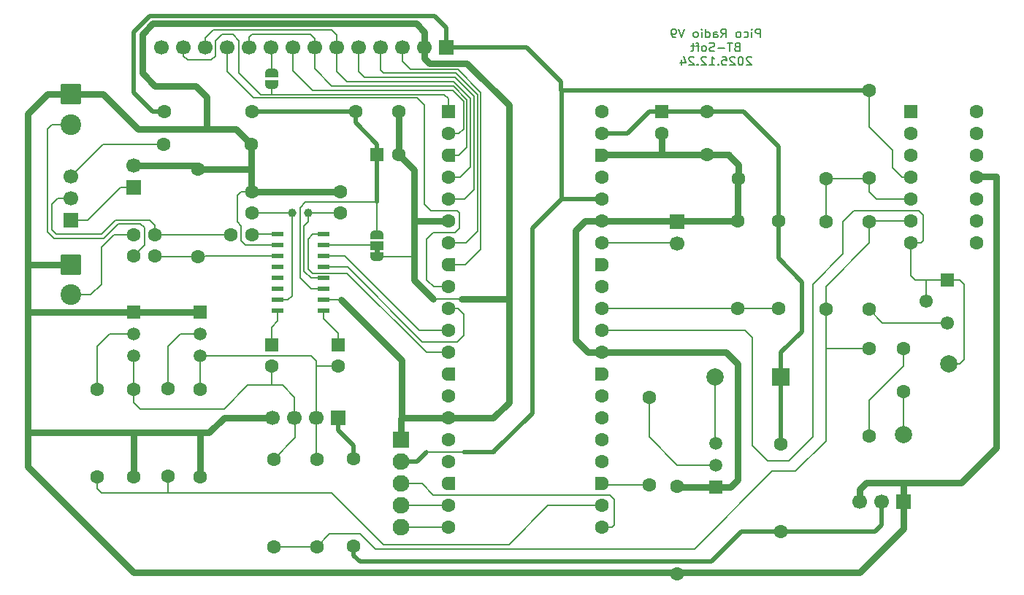
<source format=gbr>
%TF.GenerationSoftware,KiCad,Pcbnew,9.0.6*%
%TF.CreationDate,2026-01-05T16:45:39+01:00*%
%TF.ProjectId,pico-radio-9,7069636f-2d72-4616-9469-6f2d392e6b69,rev?*%
%TF.SameCoordinates,Original*%
%TF.FileFunction,Copper,L2,Bot*%
%TF.FilePolarity,Positive*%
%FSLAX46Y46*%
G04 Gerber Fmt 4.6, Leading zero omitted, Abs format (unit mm)*
G04 Created by KiCad (PCBNEW 9.0.6) date 2026-01-05 16:45:39*
%MOMM*%
%LPD*%
G01*
G04 APERTURE LIST*
G04 Aperture macros list*
%AMRoundRect*
0 Rectangle with rounded corners*
0 $1 Rounding radius*
0 $2 $3 $4 $5 $6 $7 $8 $9 X,Y pos of 4 corners*
0 Add a 4 corners polygon primitive as box body*
4,1,4,$2,$3,$4,$5,$6,$7,$8,$9,$2,$3,0*
0 Add four circle primitives for the rounded corners*
1,1,$1+$1,$2,$3*
1,1,$1+$1,$4,$5*
1,1,$1+$1,$6,$7*
1,1,$1+$1,$8,$9*
0 Add four rect primitives between the rounded corners*
20,1,$1+$1,$2,$3,$4,$5,0*
20,1,$1+$1,$4,$5,$6,$7,0*
20,1,$1+$1,$6,$7,$8,$9,0*
20,1,$1+$1,$8,$9,$2,$3,0*%
%AMFreePoly0*
4,1,37,0.603843,0.796157,0.639018,0.796157,0.711114,0.766294,0.766294,0.711114,0.796157,0.639018,0.796157,0.603843,0.800000,0.600000,0.800000,-0.600000,0.796157,-0.603843,0.796157,-0.639018,0.766294,-0.711114,0.711114,-0.766294,0.639018,-0.796157,0.603843,-0.796157,0.600000,-0.800000,0.000000,-0.800000,0.000000,-0.796148,-0.078414,-0.796148,-0.232228,-0.765552,-0.377117,-0.705537,
-0.507515,-0.618408,-0.618408,-0.507515,-0.705537,-0.377117,-0.765552,-0.232228,-0.796148,-0.078414,-0.796148,0.078414,-0.765552,0.232228,-0.705537,0.377117,-0.618408,0.507515,-0.507515,0.618408,-0.377117,0.705537,-0.232228,0.765552,-0.078414,0.796148,0.000000,0.796148,0.000000,0.800000,0.600000,0.800000,0.603843,0.796157,0.603843,0.796157,$1*%
%AMFreePoly1*
4,1,37,0.000000,0.796148,0.078414,0.796148,0.232228,0.765552,0.377117,0.705537,0.507515,0.618408,0.618408,0.507515,0.705537,0.377117,0.765552,0.232228,0.796148,0.078414,0.796148,-0.078414,0.765552,-0.232228,0.705537,-0.377117,0.618408,-0.507515,0.507515,-0.618408,0.377117,-0.705537,0.232228,-0.765552,0.078414,-0.796148,0.000000,-0.796148,0.000000,-0.800000,-0.600000,-0.800000,
-0.603843,-0.796157,-0.639018,-0.796157,-0.711114,-0.766294,-0.766294,-0.711114,-0.796157,-0.639018,-0.796157,-0.603843,-0.800000,-0.600000,-0.800000,0.600000,-0.796157,0.603843,-0.796157,0.639018,-0.766294,0.711114,-0.711114,0.766294,-0.639018,0.796157,-0.603843,0.796157,-0.600000,0.800000,0.000000,0.800000,0.000000,0.796148,0.000000,0.796148,$1*%
%AMFreePoly2*
4,1,23,0.550000,-0.750000,0.000000,-0.750000,0.000000,-0.745722,-0.065263,-0.745722,-0.191342,-0.711940,-0.304381,-0.646677,-0.396677,-0.554381,-0.461940,-0.441342,-0.495722,-0.315263,-0.495722,-0.250000,-0.500000,-0.250000,-0.500000,0.250000,-0.495722,0.250000,-0.495722,0.315263,-0.461940,0.441342,-0.396677,0.554381,-0.304381,0.646677,-0.191342,0.711940,-0.065263,0.745722,0.000000,0.745722,
0.000000,0.750000,0.550000,0.750000,0.550000,-0.750000,0.550000,-0.750000,$1*%
%AMFreePoly3*
4,1,23,0.000000,0.745722,0.065263,0.745722,0.191342,0.711940,0.304381,0.646677,0.396677,0.554381,0.461940,0.441342,0.495722,0.315263,0.495722,0.250000,0.500000,0.250000,0.500000,-0.250000,0.495722,-0.250000,0.495722,-0.315263,0.461940,-0.441342,0.396677,-0.554381,0.304381,-0.646677,0.191342,-0.711940,0.065263,-0.745722,0.000000,-0.745722,0.000000,-0.750000,-0.550000,-0.750000,
-0.550000,0.750000,0.000000,0.750000,0.000000,0.745722,0.000000,0.745722,$1*%
%AMFreePoly4*
4,1,23,0.500000,-0.750000,0.000000,-0.750000,0.000000,-0.745722,-0.065263,-0.745722,-0.191342,-0.711940,-0.304381,-0.646677,-0.396677,-0.554381,-0.461940,-0.441342,-0.495722,-0.315263,-0.495722,-0.250000,-0.500000,-0.250000,-0.500000,0.250000,-0.495722,0.250000,-0.495722,0.315263,-0.461940,0.441342,-0.396677,0.554381,-0.304381,0.646677,-0.191342,0.711940,-0.065263,0.745722,0.000000,0.745722,
0.000000,0.750000,0.500000,0.750000,0.500000,-0.750000,0.500000,-0.750000,$1*%
%AMFreePoly5*
4,1,23,0.000000,0.745722,0.065263,0.745722,0.191342,0.711940,0.304381,0.646677,0.396677,0.554381,0.461940,0.441342,0.495722,0.315263,0.495722,0.250000,0.500000,0.250000,0.500000,-0.250000,0.495722,-0.250000,0.495722,-0.315263,0.461940,-0.441342,0.396677,-0.554381,0.304381,-0.646677,0.191342,-0.711940,0.065263,-0.745722,0.000000,-0.745722,0.000000,-0.750000,-0.500000,-0.750000,
-0.500000,0.750000,0.000000,0.750000,0.000000,0.745722,0.000000,0.745722,$1*%
G04 Aperture macros list end*
%ADD10C,0.200000*%
%TA.AperFunction,NonConductor*%
%ADD11C,0.200000*%
%TD*%
%TA.AperFunction,EtchedComponent*%
%ADD12C,0.000000*%
%TD*%
%TA.AperFunction,ComponentPad*%
%ADD13C,1.600000*%
%TD*%
%TA.AperFunction,ComponentPad*%
%ADD14R,1.700000X1.700000*%
%TD*%
%TA.AperFunction,ComponentPad*%
%ADD15C,1.700000*%
%TD*%
%TA.AperFunction,ComponentPad*%
%ADD16R,2.000000X2.000000*%
%TD*%
%TA.AperFunction,ComponentPad*%
%ADD17C,2.000000*%
%TD*%
%TA.AperFunction,ComponentPad*%
%ADD18R,1.500000X1.500000*%
%TD*%
%TA.AperFunction,ComponentPad*%
%ADD19C,1.500000*%
%TD*%
%TA.AperFunction,ComponentPad*%
%ADD20C,1.930400*%
%TD*%
%TA.AperFunction,ComponentPad*%
%ADD21R,1.930400X1.930400*%
%TD*%
%TA.AperFunction,ComponentPad*%
%ADD22RoundRect,0.250000X-0.550000X-0.550000X0.550000X-0.550000X0.550000X0.550000X-0.550000X0.550000X0*%
%TD*%
%TA.AperFunction,ComponentPad*%
%ADD23RoundRect,0.250000X-0.550000X0.550000X-0.550000X-0.550000X0.550000X-0.550000X0.550000X0.550000X0*%
%TD*%
%TA.AperFunction,ComponentPad*%
%ADD24RoundRect,0.250001X-0.949999X0.949999X-0.949999X-0.949999X0.949999X-0.949999X0.949999X0.949999X0*%
%TD*%
%TA.AperFunction,ComponentPad*%
%ADD25C,2.400000*%
%TD*%
%TA.AperFunction,ComponentPad*%
%ADD26RoundRect,0.200000X-0.600000X-0.600000X0.600000X-0.600000X0.600000X0.600000X-0.600000X0.600000X0*%
%TD*%
%TA.AperFunction,ComponentPad*%
%ADD27FreePoly0,0.000000*%
%TD*%
%TA.AperFunction,ComponentPad*%
%ADD28FreePoly1,0.000000*%
%TD*%
%TA.AperFunction,ComponentPad*%
%ADD29R,1.550000X1.550000*%
%TD*%
%TA.AperFunction,ComponentPad*%
%ADD30C,1.550000*%
%TD*%
%TA.AperFunction,ComponentPad*%
%ADD31C,1.000000*%
%TD*%
%TA.AperFunction,SMDPad,CuDef*%
%ADD32FreePoly2,90.000000*%
%TD*%
%TA.AperFunction,SMDPad,CuDef*%
%ADD33R,1.500000X1.000000*%
%TD*%
%TA.AperFunction,SMDPad,CuDef*%
%ADD34FreePoly3,90.000000*%
%TD*%
%TA.AperFunction,SMDPad,CuDef*%
%ADD35FreePoly4,270.000000*%
%TD*%
%TA.AperFunction,SMDPad,CuDef*%
%ADD36FreePoly5,270.000000*%
%TD*%
%TA.AperFunction,SMDPad,CuDef*%
%ADD37R,1.397000X0.558800*%
%TD*%
%TA.AperFunction,Conductor*%
%ADD38C,0.500000*%
%TD*%
%TA.AperFunction,Conductor*%
%ADD39C,0.200000*%
%TD*%
%TA.AperFunction,Conductor*%
%ADD40C,0.800000*%
%TD*%
G04 APERTURE END LIST*
D10*
D11*
X129642856Y-29897331D02*
X129642856Y-28897331D01*
X129642856Y-28897331D02*
X129261904Y-28897331D01*
X129261904Y-28897331D02*
X129166666Y-28944950D01*
X129166666Y-28944950D02*
X129119047Y-28992569D01*
X129119047Y-28992569D02*
X129071428Y-29087807D01*
X129071428Y-29087807D02*
X129071428Y-29230664D01*
X129071428Y-29230664D02*
X129119047Y-29325902D01*
X129119047Y-29325902D02*
X129166666Y-29373521D01*
X129166666Y-29373521D02*
X129261904Y-29421140D01*
X129261904Y-29421140D02*
X129642856Y-29421140D01*
X128642856Y-29897331D02*
X128642856Y-29230664D01*
X128642856Y-28897331D02*
X128690475Y-28944950D01*
X128690475Y-28944950D02*
X128642856Y-28992569D01*
X128642856Y-28992569D02*
X128595237Y-28944950D01*
X128595237Y-28944950D02*
X128642856Y-28897331D01*
X128642856Y-28897331D02*
X128642856Y-28992569D01*
X127738095Y-29849712D02*
X127833333Y-29897331D01*
X127833333Y-29897331D02*
X128023809Y-29897331D01*
X128023809Y-29897331D02*
X128119047Y-29849712D01*
X128119047Y-29849712D02*
X128166666Y-29802092D01*
X128166666Y-29802092D02*
X128214285Y-29706854D01*
X128214285Y-29706854D02*
X128214285Y-29421140D01*
X128214285Y-29421140D02*
X128166666Y-29325902D01*
X128166666Y-29325902D02*
X128119047Y-29278283D01*
X128119047Y-29278283D02*
X128023809Y-29230664D01*
X128023809Y-29230664D02*
X127833333Y-29230664D01*
X127833333Y-29230664D02*
X127738095Y-29278283D01*
X127166666Y-29897331D02*
X127261904Y-29849712D01*
X127261904Y-29849712D02*
X127309523Y-29802092D01*
X127309523Y-29802092D02*
X127357142Y-29706854D01*
X127357142Y-29706854D02*
X127357142Y-29421140D01*
X127357142Y-29421140D02*
X127309523Y-29325902D01*
X127309523Y-29325902D02*
X127261904Y-29278283D01*
X127261904Y-29278283D02*
X127166666Y-29230664D01*
X127166666Y-29230664D02*
X127023809Y-29230664D01*
X127023809Y-29230664D02*
X126928571Y-29278283D01*
X126928571Y-29278283D02*
X126880952Y-29325902D01*
X126880952Y-29325902D02*
X126833333Y-29421140D01*
X126833333Y-29421140D02*
X126833333Y-29706854D01*
X126833333Y-29706854D02*
X126880952Y-29802092D01*
X126880952Y-29802092D02*
X126928571Y-29849712D01*
X126928571Y-29849712D02*
X127023809Y-29897331D01*
X127023809Y-29897331D02*
X127166666Y-29897331D01*
X125071428Y-29897331D02*
X125404761Y-29421140D01*
X125642856Y-29897331D02*
X125642856Y-28897331D01*
X125642856Y-28897331D02*
X125261904Y-28897331D01*
X125261904Y-28897331D02*
X125166666Y-28944950D01*
X125166666Y-28944950D02*
X125119047Y-28992569D01*
X125119047Y-28992569D02*
X125071428Y-29087807D01*
X125071428Y-29087807D02*
X125071428Y-29230664D01*
X125071428Y-29230664D02*
X125119047Y-29325902D01*
X125119047Y-29325902D02*
X125166666Y-29373521D01*
X125166666Y-29373521D02*
X125261904Y-29421140D01*
X125261904Y-29421140D02*
X125642856Y-29421140D01*
X124214285Y-29897331D02*
X124214285Y-29373521D01*
X124214285Y-29373521D02*
X124261904Y-29278283D01*
X124261904Y-29278283D02*
X124357142Y-29230664D01*
X124357142Y-29230664D02*
X124547618Y-29230664D01*
X124547618Y-29230664D02*
X124642856Y-29278283D01*
X124214285Y-29849712D02*
X124309523Y-29897331D01*
X124309523Y-29897331D02*
X124547618Y-29897331D01*
X124547618Y-29897331D02*
X124642856Y-29849712D01*
X124642856Y-29849712D02*
X124690475Y-29754473D01*
X124690475Y-29754473D02*
X124690475Y-29659235D01*
X124690475Y-29659235D02*
X124642856Y-29563997D01*
X124642856Y-29563997D02*
X124547618Y-29516378D01*
X124547618Y-29516378D02*
X124309523Y-29516378D01*
X124309523Y-29516378D02*
X124214285Y-29468759D01*
X123309523Y-29897331D02*
X123309523Y-28897331D01*
X123309523Y-29849712D02*
X123404761Y-29897331D01*
X123404761Y-29897331D02*
X123595237Y-29897331D01*
X123595237Y-29897331D02*
X123690475Y-29849712D01*
X123690475Y-29849712D02*
X123738094Y-29802092D01*
X123738094Y-29802092D02*
X123785713Y-29706854D01*
X123785713Y-29706854D02*
X123785713Y-29421140D01*
X123785713Y-29421140D02*
X123738094Y-29325902D01*
X123738094Y-29325902D02*
X123690475Y-29278283D01*
X123690475Y-29278283D02*
X123595237Y-29230664D01*
X123595237Y-29230664D02*
X123404761Y-29230664D01*
X123404761Y-29230664D02*
X123309523Y-29278283D01*
X122833332Y-29897331D02*
X122833332Y-29230664D01*
X122833332Y-28897331D02*
X122880951Y-28944950D01*
X122880951Y-28944950D02*
X122833332Y-28992569D01*
X122833332Y-28992569D02*
X122785713Y-28944950D01*
X122785713Y-28944950D02*
X122833332Y-28897331D01*
X122833332Y-28897331D02*
X122833332Y-28992569D01*
X122214285Y-29897331D02*
X122309523Y-29849712D01*
X122309523Y-29849712D02*
X122357142Y-29802092D01*
X122357142Y-29802092D02*
X122404761Y-29706854D01*
X122404761Y-29706854D02*
X122404761Y-29421140D01*
X122404761Y-29421140D02*
X122357142Y-29325902D01*
X122357142Y-29325902D02*
X122309523Y-29278283D01*
X122309523Y-29278283D02*
X122214285Y-29230664D01*
X122214285Y-29230664D02*
X122071428Y-29230664D01*
X122071428Y-29230664D02*
X121976190Y-29278283D01*
X121976190Y-29278283D02*
X121928571Y-29325902D01*
X121928571Y-29325902D02*
X121880952Y-29421140D01*
X121880952Y-29421140D02*
X121880952Y-29706854D01*
X121880952Y-29706854D02*
X121928571Y-29802092D01*
X121928571Y-29802092D02*
X121976190Y-29849712D01*
X121976190Y-29849712D02*
X122071428Y-29897331D01*
X122071428Y-29897331D02*
X122214285Y-29897331D01*
X120833332Y-28897331D02*
X120499999Y-29897331D01*
X120499999Y-29897331D02*
X120166666Y-28897331D01*
X119785713Y-29897331D02*
X119595237Y-29897331D01*
X119595237Y-29897331D02*
X119499999Y-29849712D01*
X119499999Y-29849712D02*
X119452380Y-29802092D01*
X119452380Y-29802092D02*
X119357142Y-29659235D01*
X119357142Y-29659235D02*
X119309523Y-29468759D01*
X119309523Y-29468759D02*
X119309523Y-29087807D01*
X119309523Y-29087807D02*
X119357142Y-28992569D01*
X119357142Y-28992569D02*
X119404761Y-28944950D01*
X119404761Y-28944950D02*
X119499999Y-28897331D01*
X119499999Y-28897331D02*
X119690475Y-28897331D01*
X119690475Y-28897331D02*
X119785713Y-28944950D01*
X119785713Y-28944950D02*
X119833332Y-28992569D01*
X119833332Y-28992569D02*
X119880951Y-29087807D01*
X119880951Y-29087807D02*
X119880951Y-29325902D01*
X119880951Y-29325902D02*
X119833332Y-29421140D01*
X119833332Y-29421140D02*
X119785713Y-29468759D01*
X119785713Y-29468759D02*
X119690475Y-29516378D01*
X119690475Y-29516378D02*
X119499999Y-29516378D01*
X119499999Y-29516378D02*
X119404761Y-29468759D01*
X119404761Y-29468759D02*
X119357142Y-29421140D01*
X119357142Y-29421140D02*
X119309523Y-29325902D01*
X126928571Y-30983465D02*
X126785714Y-31031084D01*
X126785714Y-31031084D02*
X126738095Y-31078703D01*
X126738095Y-31078703D02*
X126690476Y-31173941D01*
X126690476Y-31173941D02*
X126690476Y-31316798D01*
X126690476Y-31316798D02*
X126738095Y-31412036D01*
X126738095Y-31412036D02*
X126785714Y-31459656D01*
X126785714Y-31459656D02*
X126880952Y-31507275D01*
X126880952Y-31507275D02*
X127261904Y-31507275D01*
X127261904Y-31507275D02*
X127261904Y-30507275D01*
X127261904Y-30507275D02*
X126928571Y-30507275D01*
X126928571Y-30507275D02*
X126833333Y-30554894D01*
X126833333Y-30554894D02*
X126785714Y-30602513D01*
X126785714Y-30602513D02*
X126738095Y-30697751D01*
X126738095Y-30697751D02*
X126738095Y-30792989D01*
X126738095Y-30792989D02*
X126785714Y-30888227D01*
X126785714Y-30888227D02*
X126833333Y-30935846D01*
X126833333Y-30935846D02*
X126928571Y-30983465D01*
X126928571Y-30983465D02*
X127261904Y-30983465D01*
X126404761Y-30507275D02*
X125833333Y-30507275D01*
X126119047Y-31507275D02*
X126119047Y-30507275D01*
X125499999Y-31126322D02*
X124738095Y-31126322D01*
X124309523Y-31459656D02*
X124166666Y-31507275D01*
X124166666Y-31507275D02*
X123928571Y-31507275D01*
X123928571Y-31507275D02*
X123833333Y-31459656D01*
X123833333Y-31459656D02*
X123785714Y-31412036D01*
X123785714Y-31412036D02*
X123738095Y-31316798D01*
X123738095Y-31316798D02*
X123738095Y-31221560D01*
X123738095Y-31221560D02*
X123785714Y-31126322D01*
X123785714Y-31126322D02*
X123833333Y-31078703D01*
X123833333Y-31078703D02*
X123928571Y-31031084D01*
X123928571Y-31031084D02*
X124119047Y-30983465D01*
X124119047Y-30983465D02*
X124214285Y-30935846D01*
X124214285Y-30935846D02*
X124261904Y-30888227D01*
X124261904Y-30888227D02*
X124309523Y-30792989D01*
X124309523Y-30792989D02*
X124309523Y-30697751D01*
X124309523Y-30697751D02*
X124261904Y-30602513D01*
X124261904Y-30602513D02*
X124214285Y-30554894D01*
X124214285Y-30554894D02*
X124119047Y-30507275D01*
X124119047Y-30507275D02*
X123880952Y-30507275D01*
X123880952Y-30507275D02*
X123738095Y-30554894D01*
X123166666Y-31507275D02*
X123261904Y-31459656D01*
X123261904Y-31459656D02*
X123309523Y-31412036D01*
X123309523Y-31412036D02*
X123357142Y-31316798D01*
X123357142Y-31316798D02*
X123357142Y-31031084D01*
X123357142Y-31031084D02*
X123309523Y-30935846D01*
X123309523Y-30935846D02*
X123261904Y-30888227D01*
X123261904Y-30888227D02*
X123166666Y-30840608D01*
X123166666Y-30840608D02*
X123023809Y-30840608D01*
X123023809Y-30840608D02*
X122928571Y-30888227D01*
X122928571Y-30888227D02*
X122880952Y-30935846D01*
X122880952Y-30935846D02*
X122833333Y-31031084D01*
X122833333Y-31031084D02*
X122833333Y-31316798D01*
X122833333Y-31316798D02*
X122880952Y-31412036D01*
X122880952Y-31412036D02*
X122928571Y-31459656D01*
X122928571Y-31459656D02*
X123023809Y-31507275D01*
X123023809Y-31507275D02*
X123166666Y-31507275D01*
X122547618Y-30840608D02*
X122166666Y-30840608D01*
X122404761Y-31507275D02*
X122404761Y-30650132D01*
X122404761Y-30650132D02*
X122357142Y-30554894D01*
X122357142Y-30554894D02*
X122261904Y-30507275D01*
X122261904Y-30507275D02*
X122166666Y-30507275D01*
X121976189Y-30840608D02*
X121595237Y-30840608D01*
X121833332Y-30507275D02*
X121833332Y-31364417D01*
X121833332Y-31364417D02*
X121785713Y-31459656D01*
X121785713Y-31459656D02*
X121690475Y-31507275D01*
X121690475Y-31507275D02*
X121595237Y-31507275D01*
X128595237Y-32212457D02*
X128547618Y-32164838D01*
X128547618Y-32164838D02*
X128452380Y-32117219D01*
X128452380Y-32117219D02*
X128214285Y-32117219D01*
X128214285Y-32117219D02*
X128119047Y-32164838D01*
X128119047Y-32164838D02*
X128071428Y-32212457D01*
X128071428Y-32212457D02*
X128023809Y-32307695D01*
X128023809Y-32307695D02*
X128023809Y-32402933D01*
X128023809Y-32402933D02*
X128071428Y-32545790D01*
X128071428Y-32545790D02*
X128642856Y-33117219D01*
X128642856Y-33117219D02*
X128023809Y-33117219D01*
X127404761Y-32117219D02*
X127309523Y-32117219D01*
X127309523Y-32117219D02*
X127214285Y-32164838D01*
X127214285Y-32164838D02*
X127166666Y-32212457D01*
X127166666Y-32212457D02*
X127119047Y-32307695D01*
X127119047Y-32307695D02*
X127071428Y-32498171D01*
X127071428Y-32498171D02*
X127071428Y-32736266D01*
X127071428Y-32736266D02*
X127119047Y-32926742D01*
X127119047Y-32926742D02*
X127166666Y-33021980D01*
X127166666Y-33021980D02*
X127214285Y-33069600D01*
X127214285Y-33069600D02*
X127309523Y-33117219D01*
X127309523Y-33117219D02*
X127404761Y-33117219D01*
X127404761Y-33117219D02*
X127499999Y-33069600D01*
X127499999Y-33069600D02*
X127547618Y-33021980D01*
X127547618Y-33021980D02*
X127595237Y-32926742D01*
X127595237Y-32926742D02*
X127642856Y-32736266D01*
X127642856Y-32736266D02*
X127642856Y-32498171D01*
X127642856Y-32498171D02*
X127595237Y-32307695D01*
X127595237Y-32307695D02*
X127547618Y-32212457D01*
X127547618Y-32212457D02*
X127499999Y-32164838D01*
X127499999Y-32164838D02*
X127404761Y-32117219D01*
X126690475Y-32212457D02*
X126642856Y-32164838D01*
X126642856Y-32164838D02*
X126547618Y-32117219D01*
X126547618Y-32117219D02*
X126309523Y-32117219D01*
X126309523Y-32117219D02*
X126214285Y-32164838D01*
X126214285Y-32164838D02*
X126166666Y-32212457D01*
X126166666Y-32212457D02*
X126119047Y-32307695D01*
X126119047Y-32307695D02*
X126119047Y-32402933D01*
X126119047Y-32402933D02*
X126166666Y-32545790D01*
X126166666Y-32545790D02*
X126738094Y-33117219D01*
X126738094Y-33117219D02*
X126119047Y-33117219D01*
X125214285Y-32117219D02*
X125690475Y-32117219D01*
X125690475Y-32117219D02*
X125738094Y-32593409D01*
X125738094Y-32593409D02*
X125690475Y-32545790D01*
X125690475Y-32545790D02*
X125595237Y-32498171D01*
X125595237Y-32498171D02*
X125357142Y-32498171D01*
X125357142Y-32498171D02*
X125261904Y-32545790D01*
X125261904Y-32545790D02*
X125214285Y-32593409D01*
X125214285Y-32593409D02*
X125166666Y-32688647D01*
X125166666Y-32688647D02*
X125166666Y-32926742D01*
X125166666Y-32926742D02*
X125214285Y-33021980D01*
X125214285Y-33021980D02*
X125261904Y-33069600D01*
X125261904Y-33069600D02*
X125357142Y-33117219D01*
X125357142Y-33117219D02*
X125595237Y-33117219D01*
X125595237Y-33117219D02*
X125690475Y-33069600D01*
X125690475Y-33069600D02*
X125738094Y-33021980D01*
X124738094Y-33021980D02*
X124690475Y-33069600D01*
X124690475Y-33069600D02*
X124738094Y-33117219D01*
X124738094Y-33117219D02*
X124785713Y-33069600D01*
X124785713Y-33069600D02*
X124738094Y-33021980D01*
X124738094Y-33021980D02*
X124738094Y-33117219D01*
X123738095Y-33117219D02*
X124309523Y-33117219D01*
X124023809Y-33117219D02*
X124023809Y-32117219D01*
X124023809Y-32117219D02*
X124119047Y-32260076D01*
X124119047Y-32260076D02*
X124214285Y-32355314D01*
X124214285Y-32355314D02*
X124309523Y-32402933D01*
X123357142Y-32212457D02*
X123309523Y-32164838D01*
X123309523Y-32164838D02*
X123214285Y-32117219D01*
X123214285Y-32117219D02*
X122976190Y-32117219D01*
X122976190Y-32117219D02*
X122880952Y-32164838D01*
X122880952Y-32164838D02*
X122833333Y-32212457D01*
X122833333Y-32212457D02*
X122785714Y-32307695D01*
X122785714Y-32307695D02*
X122785714Y-32402933D01*
X122785714Y-32402933D02*
X122833333Y-32545790D01*
X122833333Y-32545790D02*
X123404761Y-33117219D01*
X123404761Y-33117219D02*
X122785714Y-33117219D01*
X122357142Y-33021980D02*
X122309523Y-33069600D01*
X122309523Y-33069600D02*
X122357142Y-33117219D01*
X122357142Y-33117219D02*
X122404761Y-33069600D01*
X122404761Y-33069600D02*
X122357142Y-33021980D01*
X122357142Y-33021980D02*
X122357142Y-33117219D01*
X121928571Y-32212457D02*
X121880952Y-32164838D01*
X121880952Y-32164838D02*
X121785714Y-32117219D01*
X121785714Y-32117219D02*
X121547619Y-32117219D01*
X121547619Y-32117219D02*
X121452381Y-32164838D01*
X121452381Y-32164838D02*
X121404762Y-32212457D01*
X121404762Y-32212457D02*
X121357143Y-32307695D01*
X121357143Y-32307695D02*
X121357143Y-32402933D01*
X121357143Y-32402933D02*
X121404762Y-32545790D01*
X121404762Y-32545790D02*
X121976190Y-33117219D01*
X121976190Y-33117219D02*
X121357143Y-33117219D01*
X120500000Y-32450552D02*
X120500000Y-33117219D01*
X120738095Y-32069600D02*
X120976190Y-32783885D01*
X120976190Y-32783885D02*
X120357143Y-32783885D01*
D12*
%TA.AperFunction,EtchedComponent*%
%TO.C,JP2*%
G36*
X85525000Y-54975000D02*
G01*
X84925000Y-54975000D01*
X84925000Y-54475000D01*
X85525000Y-54475000D01*
X85525000Y-54975000D01*
G37*
%TD.AperFunction*%
%TD*%
D13*
%TO.P,R4,1*%
%TO.N,GND*%
X56975000Y-80935000D03*
%TO.P,R4,2*%
%TO.N,AUDIO_L*%
X56975000Y-70775000D03*
%TD*%
%TO.P,C7,1*%
%TO.N,Net-(C7-Pad1)*%
X146225000Y-66025000D03*
%TO.P,C7,2*%
%TO.N,Net-(C7-Pad2)*%
X146225000Y-71025000D03*
%TD*%
D14*
%TO.P,J5,1,Pin_1*%
%TO.N,GND*%
X146265000Y-83775000D03*
D15*
%TO.P,J5,2,Pin_2*%
%TO.N,Net-(J5-Pin_2)*%
X143725000Y-83775000D03*
%TO.P,J5,3,Pin_3*%
%TO.N,GND*%
X141185000Y-83775000D03*
%TD*%
D16*
%TO.P,BZ1,1,+*%
%TO.N,+Vsys*%
X132025000Y-69275000D03*
D17*
%TO.P,BZ1,2,-*%
%TO.N,Net-(BZ1--)*%
X124425000Y-69275000D03*
%TD*%
D13*
%TO.P,R10,1*%
%TO.N,GND*%
X127065000Y-46275000D03*
%TO.P,R10,2*%
%TO.N,Net-(U3B-+)*%
X137225000Y-46275000D03*
%TD*%
%TO.P,JP5,1,A*%
%TO.N,GND*%
X119975000Y-92185000D03*
%TO.P,JP5,2,B*%
X119975000Y-82025000D03*
%TD*%
D18*
%TO.P,Q2,1,E*%
%TO.N,GND*%
X56975000Y-61775000D03*
D19*
%TO.P,Q2,2,B*%
%TO.N,Net-(Q2-B)*%
X56975000Y-64315000D03*
%TO.P,Q2,3,C*%
%TO.N,AUDIO_L*%
X56975000Y-66855000D03*
%TD*%
D13*
%TO.P,R11,1*%
%TO.N,Net-(R11-Pad1)*%
X142225000Y-61435000D03*
%TO.P,R11,2*%
%TO.N,Net-(U3B--)*%
X142225000Y-51275000D03*
%TD*%
%TO.P,JP3,1,A*%
%TO.N,Net-(J4-Pin_1)*%
X82475000Y-78775000D03*
%TO.P,JP3,2,B*%
%TO.N,Net-(J5-Pin_2)*%
X82475000Y-88935000D03*
%TD*%
D20*
%TO.P,U4,CLK,CLK*%
%TO.N,ROT_CLK*%
X87975000Y-86775000D03*
%TO.P,U4,DT,DT*%
%TO.N,ROT_DT*%
X87975000Y-84235000D03*
D21*
%TO.P,U4,GND,GND*%
%TO.N,GND*%
X87975000Y-76615000D03*
D20*
%TO.P,U4,SW,SW*%
%TO.N,ROT_SW*%
X87975000Y-81695000D03*
%TO.P,U4,VCC,VCC*%
%TO.N,+3.3V*%
X87975000Y-79155000D03*
%TD*%
D13*
%TO.P,R3,1*%
%TO.N,GND*%
X64725000Y-80935000D03*
%TO.P,R3,2*%
%TO.N,AUDIO_R*%
X64725000Y-70775000D03*
%TD*%
D14*
%TO.P,J3,1,Pin_1*%
%TO.N,Net-(J3-Pin_1)*%
X49750000Y-51080000D03*
D15*
%TO.P,J3,2,Pin_2*%
%TO.N,Net-(J3-Pin_2)*%
X49750000Y-48540000D03*
%TO.P,J3,3,Pin_3*%
%TO.N,Net-(J3-Pin_3)*%
X49750000Y-46000000D03*
%TD*%
D17*
%TO.P,TP1,1,1*%
%TO.N,Net-(C7-Pad2)*%
X146225000Y-76025000D03*
%TD*%
D13*
%TO.P,R14,1*%
%TO.N,BUZZER*%
X116725000Y-81855000D03*
%TO.P,R14,2*%
%TO.N,Net-(Q3-B)*%
X116725000Y-71695000D03*
%TD*%
D22*
%TO.P,C10,1*%
%TO.N,Net-(JP2-B)*%
X85225000Y-43525000D03*
D13*
%TO.P,C10,2*%
%TO.N,GND*%
X87725000Y-43525000D03*
%TD*%
D14*
%TO.P,J4,1,Pin_1*%
%TO.N,Net-(J4-Pin_1)*%
X80725000Y-74025000D03*
D15*
%TO.P,J4,2,Pin_2*%
%TO.N,AUDIO_R*%
X78185000Y-74025000D03*
%TO.P,J4,3,Pin_3*%
%TO.N,AUDIO_L*%
X75645000Y-74025000D03*
%TO.P,J4,4,Pin_4*%
%TO.N,GND*%
X73105000Y-74025000D03*
%TD*%
D13*
%TO.P,C1,1*%
%TO.N,Net-(U1-FMI)*%
X59475000Y-55275000D03*
%TO.P,C1,2*%
%TO.N,Net-(J1-Pin_2)*%
X56975000Y-55275000D03*
%TD*%
D23*
%TO.P,C5,1*%
%TO.N,Net-(U1-LOUT{slash}DFS)*%
X72975000Y-65569888D03*
D13*
%TO.P,C5,2*%
%TO.N,AUDIO_L*%
X72975000Y-68069888D03*
%TD*%
D24*
%TO.P,J2,1,Pin_1*%
%TO.N,GND*%
X49725000Y-56275000D03*
D25*
%TO.P,J2,2,Pin_2*%
%TO.N,Net-(J2-Pin_2)*%
X49725000Y-59775000D03*
%TD*%
D13*
%TO.P,C8,1*%
%TO.N,GND*%
X80975000Y-47775000D03*
%TO.P,C8,2*%
%TO.N,Net-(U1-RCLK)*%
X80975000Y-50275000D03*
%TD*%
D26*
%TO.P,A1,1,GPIO0*%
%TO.N,/SDO*%
X93445000Y-38525000D03*
D13*
%TO.P,A1,2,GPIO1*%
%TO.N,/LED*%
X93445000Y-41065000D03*
D27*
%TO.P,A1,3,GPIO2*%
%TO.N,/SCK*%
X93445000Y-43605000D03*
D13*
%TO.P,A1,4,GPIO3*%
%TO.N,/SDI*%
X93445000Y-46145000D03*
%TO.P,A1,5,GPIO4*%
%TO.N,/DC*%
X93445000Y-48685000D03*
%TO.P,A1,6,GND*%
%TO.N,GND*%
X93445000Y-51225000D03*
%TO.P,A1,7,GPIO5*%
%TO.N,/RST*%
X93445000Y-53765000D03*
D27*
%TO.P,A1,8,GPIO6*%
%TO.N,/CS*%
X93445000Y-56305000D03*
D13*
%TO.P,A1,9,GPIO7*%
%TO.N,/T_CS*%
X93445000Y-58845000D03*
%TO.P,A1,10,GPIO8*%
%TO.N,/Si_SDA*%
X93445000Y-61385000D03*
%TO.P,A1,11,GPIO9*%
%TO.N,/Si_SCL*%
X93445000Y-63925000D03*
%TO.P,A1,12,GPIO10*%
%TO.N,/Si_RST*%
X93445000Y-66465000D03*
D27*
%TO.P,A1,13,GPIO11*%
%TO.N,unconnected-(A1-GPIO11-Pad13)*%
X93445000Y-69005000D03*
D13*
%TO.P,A1,14,GPIO12*%
%TO.N,unconnected-(A1-GPIO12-Pad14)*%
X93445000Y-71545000D03*
%TO.P,A1,15,GND*%
%TO.N,GND*%
X93445000Y-74085000D03*
%TO.P,A1,16,GPIO13*%
%TO.N,unconnected-(A1-GPIO13-Pad16)*%
X93445000Y-76625000D03*
%TO.P,A1,17,GPIO14*%
%TO.N,unconnected-(A1-GPIO14-Pad17)*%
X93445000Y-79165000D03*
D27*
%TO.P,A1,18,GPIO15*%
%TO.N,unconnected-(A1-GPIO15-Pad18)*%
X93445000Y-81705000D03*
D13*
%TO.P,A1,19,GPIO16*%
%TO.N,ROT_DT*%
X93445000Y-84245000D03*
%TO.P,A1,20,GPIO17*%
%TO.N,ROT_CLK*%
X93445000Y-86785000D03*
%TO.P,A1,21,GPIO18*%
%TO.N,ROT_SW*%
X111225000Y-86785000D03*
%TO.P,A1,22,GPIO19*%
%TO.N,AUDIO_MUTE*%
X111225000Y-84245000D03*
D28*
%TO.P,A1,23,GPIO20*%
%TO.N,BUZZER*%
X111225000Y-81705000D03*
D13*
%TO.P,A1,24,GPIO21*%
%TO.N,unconnected-(A1-GPIO21-Pad24)*%
X111225000Y-79165000D03*
%TO.P,A1,25,GPIO22*%
%TO.N,unconnected-(A1-GPIO22-Pad25)*%
X111225000Y-76625000D03*
%TO.P,A1,26,GPIO23*%
%TO.N,unconnected-(A1-GPIO23-Pad26)*%
X111225000Y-74085000D03*
%TO.P,A1,27,GPIO24*%
%TO.N,unconnected-(A1-GPIO24-Pad27)*%
X111225000Y-71545000D03*
D28*
%TO.P,A1,28,GPIO25*%
%TO.N,unconnected-(A1-GPIO25-Pad28)*%
X111225000Y-69005000D03*
D13*
%TO.P,A1,29,AGND*%
%TO.N,GND*%
X111225000Y-66465000D03*
%TO.P,A1,30,GPIO26_ADC0*%
%TO.N,AD_FFT_AUDIO*%
X111225000Y-63925000D03*
%TO.P,A1,31,GPIO27_ADC1*%
%TO.N,Net-(A1-GPIO27_ADC1)*%
X111225000Y-61385000D03*
%TO.P,A1,32,GPIO28_ADC2*%
%TO.N,unconnected-(A1-GPIO28_ADC2-Pad32)*%
X111225000Y-58845000D03*
D28*
%TO.P,A1,33,GPIO29_ADC3*%
%TO.N,unconnected-(A1-GPIO29_ADC3-Pad33)*%
X111225000Y-56305000D03*
D13*
%TO.P,A1,34,RUN*%
%TO.N,Net-(A1-RUN)*%
X111225000Y-53765000D03*
%TO.P,A1,35,GND*%
%TO.N,GND*%
X111225000Y-51225000D03*
%TO.P,A1,36,3V3*%
%TO.N,+3.3V*%
X111225000Y-48685000D03*
%TO.P,A1,37,3V3_EN*%
%TO.N,unconnected-(A1-3V3_EN-Pad37)*%
X111225000Y-46145000D03*
D28*
%TO.P,A1,38,GND*%
%TO.N,GND*%
X111225000Y-43605000D03*
D13*
%TO.P,A1,39,VSYS*%
%TO.N,+Vsys*%
X111225000Y-41065000D03*
%TO.P,A1,40,VBUS*%
%TO.N,unconnected-(A1-VBUS-Pad40)*%
X111225000Y-38525000D03*
%TD*%
D23*
%TO.P,C4,1*%
%TO.N,Net-(U1-ROUT{slash}DOUT)*%
X80725000Y-65569888D03*
D13*
%TO.P,C4,2*%
%TO.N,AUDIO_R*%
X80725000Y-68069888D03*
%TD*%
D17*
%TO.P,TP2,1,1*%
%TO.N,AD_FFT_AUDIO*%
X151475000Y-67775000D03*
%TD*%
D13*
%TO.P,R8,1*%
%TO.N,Net-(U3B-+)*%
X137225000Y-51275000D03*
%TO.P,R8,2*%
%TO.N,Net-(U3B--)*%
X137225000Y-61435000D03*
%TD*%
%TO.P,C3,1*%
%TO.N,Net-(U1-AMI)*%
X70725000Y-52775000D03*
%TO.P,C3,2*%
%TO.N,Net-(J3-Pin_2)*%
X68225000Y-52775000D03*
%TD*%
%TO.P,R6,1*%
%TO.N,Net-(U3B--)*%
X142225000Y-66025000D03*
%TO.P,R6,2*%
%TO.N,Net-(C7-Pad1)*%
X142225000Y-76185000D03*
%TD*%
D23*
%TO.P,C11,1*%
%TO.N,+Vsys*%
X118225000Y-38525000D03*
D13*
%TO.P,C11,2*%
%TO.N,GND*%
X118225000Y-41025000D03*
%TD*%
%TO.P,L3,1,1*%
%TO.N,GND*%
X64475000Y-45195000D03*
%TO.P,L3,2,2*%
%TO.N,Net-(U1-FMI)*%
X64475000Y-55355000D03*
%TD*%
%TO.P,R13,1*%
%TO.N,Net-(A1-GPIO27_ADC1)*%
X126975000Y-61355000D03*
%TO.P,R13,2*%
%TO.N,GND*%
X126975000Y-51195000D03*
%TD*%
D22*
%TO.P,U3,1*%
%TO.N,N/C*%
X147105000Y-38485000D03*
D13*
%TO.P,U3,2*%
X147105000Y-41025000D03*
%TO.P,U3,3*%
X147105000Y-43565000D03*
%TO.P,U3,4,V+*%
%TO.N,+3.3V*%
X147105000Y-46105000D03*
%TO.P,U3,5,+*%
%TO.N,Net-(U3B-+)*%
X147105000Y-48645000D03*
%TO.P,U3,6,-*%
%TO.N,Net-(U3B--)*%
X147105000Y-51185000D03*
%TO.P,U3,7*%
%TO.N,AD_FFT_AUDIO*%
X147105000Y-53725000D03*
%TO.P,U3,8*%
%TO.N,N/C*%
X154725000Y-53725000D03*
%TO.P,U3,9*%
X154725000Y-51185000D03*
%TO.P,U3,10*%
X154725000Y-48645000D03*
%TO.P,U3,11,V-*%
%TO.N,GND*%
X154725000Y-46105000D03*
%TO.P,U3,12*%
%TO.N,N/C*%
X154725000Y-43565000D03*
%TO.P,U3,13*%
X154725000Y-41025000D03*
%TO.P,U3,14*%
X154725000Y-38485000D03*
%TD*%
%TO.P,R5,1*%
%TO.N,Net-(U3B--)*%
X78225000Y-89025000D03*
%TO.P,R5,2*%
%TO.N,AUDIO_R*%
X78225000Y-78865000D03*
%TD*%
%TO.P,C6,1*%
%TO.N,Net-(U1-GPO3{slash}DCLK)*%
X70725000Y-50275000D03*
%TO.P,C6,2*%
%TO.N,GND*%
X70725000Y-47775000D03*
%TD*%
%TO.P,C9,1*%
%TO.N,GND*%
X87725000Y-38525000D03*
%TO.P,C9,2*%
%TO.N,Net-(JP2-B)*%
X82725000Y-38525000D03*
%TD*%
%TO.P,C2,1*%
%TO.N,Net-(J2-Pin_2)*%
X56975000Y-52775000D03*
%TO.P,C2,2*%
%TO.N,Net-(J3-Pin_2)*%
X59475000Y-52775000D03*
%TD*%
%TO.P,L1,1,1*%
%TO.N,Net-(J3-Pin_3)*%
X60475000Y-42275000D03*
%TO.P,L1,2,2*%
%TO.N,GND*%
X70635000Y-42275000D03*
%TD*%
%TO.P,C12,1*%
%TO.N,+Vsys*%
X123475000Y-38525000D03*
%TO.P,C12,2*%
%TO.N,GND*%
X123475000Y-43525000D03*
%TD*%
D29*
%TO.P,RV1,1,1*%
%TO.N,AD_FFT_AUDIO*%
X151315000Y-58025000D03*
D30*
%TO.P,RV1,2,2*%
X148815000Y-60525000D03*
%TO.P,RV1,3,3*%
%TO.N,Net-(R11-Pad1)*%
X151315000Y-63025000D03*
%TD*%
D18*
%TO.P,Q1,1,E*%
%TO.N,GND*%
X64725000Y-61775000D03*
D19*
%TO.P,Q1,2,B*%
%TO.N,Net-(Q1-B)*%
X64725000Y-64315000D03*
%TO.P,Q1,3,C*%
%TO.N,AUDIO_R*%
X64725000Y-66855000D03*
%TD*%
D14*
%TO.P,SW1,1,1*%
%TO.N,GND*%
X119975000Y-51275000D03*
D15*
%TO.P,SW1,2,2*%
%TO.N,Net-(A1-RUN)*%
X119975000Y-53815000D03*
%TD*%
D13*
%TO.P,JP4,1,A*%
%TO.N,Net-(J5-Pin_2)*%
X131975000Y-87275000D03*
%TO.P,JP4,2,B*%
%TO.N,+Vsys*%
X131975000Y-77115000D03*
%TD*%
D24*
%TO.P,J1,1,Pin_1*%
%TO.N,GND*%
X49750000Y-36500000D03*
D25*
%TO.P,J1,2,Pin_2*%
%TO.N,Net-(J1-Pin_2)*%
X49750000Y-40000000D03*
%TD*%
D13*
%TO.P,R12,1*%
%TO.N,+Vsys*%
X131725000Y-51195000D03*
%TO.P,R12,2*%
%TO.N,Net-(A1-GPIO27_ADC1)*%
X131725000Y-61355000D03*
%TD*%
D31*
%TO.P,Y1,1,1*%
%TO.N,Net-(U1-RCLK)*%
X77225000Y-50275000D03*
%TO.P,Y1,2,2*%
%TO.N,Net-(U1-GPO3{slash}DCLK)*%
X75325000Y-50275000D03*
%TD*%
D14*
%TO.P,U2,1,VCC*%
%TO.N,+3.3V*%
X93225000Y-31025000D03*
D15*
%TO.P,U2,2,GND*%
%TO.N,GND*%
X90685000Y-31025000D03*
%TO.P,U2,3,CS*%
%TO.N,/CS*%
X88145000Y-31025000D03*
%TO.P,U2,4,RESET*%
%TO.N,/RST*%
X85605000Y-31025000D03*
%TO.P,U2,5,DC/RS*%
%TO.N,/DC*%
X83065000Y-31025000D03*
%TO.P,U2,6,SDI/MOSI*%
%TO.N,/SDI*%
X80525000Y-31025000D03*
%TO.P,U2,7,SCK*%
%TO.N,/SCK*%
X77985000Y-31025000D03*
%TO.P,U2,8,LED*%
%TO.N,/LED*%
X75445000Y-31025000D03*
%TO.P,U2,9,SDO/MISO*%
%TO.N,Net-(JP1-A)*%
X72905000Y-31025000D03*
%TO.P,U2,10,T_CLK*%
%TO.N,/SCK*%
X70365000Y-31025000D03*
%TO.P,U2,11,T_CS*%
%TO.N,/T_CS*%
X67825000Y-31025000D03*
%TO.P,U2,12,T_DIN*%
%TO.N,/SDI*%
X65285000Y-31025000D03*
%TO.P,U2,13,T_DO*%
%TO.N,/SDO*%
X62745000Y-31025000D03*
%TO.P,U2,14,T_IRQ*%
%TO.N,unconnected-(U2-T_IRQ-Pad14)*%
X60205000Y-31025000D03*
%TD*%
D13*
%TO.P,R2,1*%
%TO.N,AUDIO_MUTE*%
X52725000Y-80935000D03*
%TO.P,R2,2*%
%TO.N,Net-(Q2-B)*%
X52725000Y-70775000D03*
%TD*%
%TO.P,R7,1*%
%TO.N,Net-(U3B--)*%
X73225000Y-89025000D03*
%TO.P,R7,2*%
%TO.N,AUDIO_L*%
X73225000Y-78865000D03*
%TD*%
D14*
%TO.P,L2,1,1*%
%TO.N,Net-(J3-Pin_1)*%
X56975000Y-47275000D03*
D15*
%TO.P,L2,2,2*%
%TO.N,GND*%
X56975000Y-44735000D03*
%TD*%
D13*
%TO.P,R1,1*%
%TO.N,AUDIO_MUTE*%
X60975000Y-80855000D03*
%TO.P,R1,2*%
%TO.N,Net-(Q1-B)*%
X60975000Y-70695000D03*
%TD*%
%TO.P,L4,1,1*%
%TO.N,Net-(JP2-B)*%
X70725000Y-38525000D03*
%TO.P,L4,2,2*%
%TO.N,+3.3V*%
X60565000Y-38525000D03*
%TD*%
%TO.P,R9,1*%
%TO.N,Net-(U3B-+)*%
X142225000Y-46185000D03*
%TO.P,R9,2*%
%TO.N,+3.3V*%
X142225000Y-36025000D03*
%TD*%
D18*
%TO.P,Q3,1,E*%
%TO.N,GND*%
X124475000Y-82065000D03*
D19*
%TO.P,Q3,2,B*%
%TO.N,Net-(Q3-B)*%
X124475000Y-79525000D03*
%TO.P,Q3,3,C*%
%TO.N,Net-(BZ1--)*%
X124475000Y-76985000D03*
%TD*%
D32*
%TO.P,JP2,1,A*%
%TO.N,GND*%
X85225000Y-55375000D03*
D33*
%TO.P,JP2,2,C*%
%TO.N,Net-(JP2-C)*%
X85225000Y-54075000D03*
D34*
%TO.P,JP2,3,B*%
%TO.N,Net-(JP2-B)*%
X85225000Y-52775000D03*
%TD*%
D35*
%TO.P,JP1,1,A*%
%TO.N,Net-(JP1-A)*%
X72975000Y-34025000D03*
D36*
%TO.P,JP1,2,B*%
%TO.N,/SDO*%
X72975000Y-35325000D03*
%TD*%
D37*
%TO.P,U1,1,LOUT/DFS*%
%TO.N,Net-(U1-LOUT{slash}DFS)*%
X73666400Y-61645000D03*
%TO.P,U1,2,GPO3/DCLK*%
%TO.N,Net-(U1-GPO3{slash}DCLK)*%
X73666400Y-60375000D03*
%TO.P,U1,3,GPO2/INTB*%
%TO.N,unconnected-(U1-GPO2{slash}INTB-Pad3)*%
X73666400Y-59105000D03*
%TO.P,U1,4,GPO1*%
%TO.N,unconnected-(U1-GPO1-Pad4)*%
X73666400Y-57835000D03*
%TO.P,U1,5,NC*%
%TO.N,unconnected-(U1-NC-Pad5)*%
X73666400Y-56565000D03*
%TO.P,U1,6,FMI*%
%TO.N,Net-(U1-FMI)*%
X73666400Y-55295000D03*
%TO.P,U1,7,RFGND*%
%TO.N,GND*%
X73666400Y-54025000D03*
%TO.P,U1,8,AMI*%
%TO.N,Net-(U1-AMI)*%
X73666400Y-52755000D03*
%TO.P,U1,9,\u002ARST*%
%TO.N,/Si_RST*%
X78975000Y-52755000D03*
%TO.P,U1,10,SENB*%
%TO.N,Net-(JP2-C)*%
X78975000Y-54025000D03*
%TO.P,U1,11,SCLK*%
%TO.N,/Si_SCL*%
X78975000Y-55295000D03*
%TO.P,U1,12,SDIO*%
%TO.N,/Si_SDA*%
X78975000Y-56565000D03*
%TO.P,U1,13,RCLK*%
%TO.N,Net-(U1-RCLK)*%
X78975000Y-57835000D03*
%TO.P,U1,14,VDD*%
%TO.N,Net-(JP2-B)*%
X78975000Y-59105000D03*
%TO.P,U1,15,GND*%
%TO.N,GND*%
X78975000Y-60375000D03*
%TO.P,U1,16,ROUT/DOUT*%
%TO.N,Net-(U1-ROUT{slash}DOUT)*%
X78975000Y-61645000D03*
%TD*%
D38*
%TO.N,+Vsys*%
X116725000Y-38525000D02*
X114185000Y-41065000D01*
X118225000Y-38525000D02*
X116725000Y-38525000D01*
X114185000Y-41065000D02*
X111225000Y-41065000D01*
D39*
%TO.N,+3.3V*%
X90975000Y-78025000D02*
X95225000Y-78025000D01*
X146055000Y-46105000D02*
X144975000Y-45025000D01*
D38*
X56975000Y-29275000D02*
X58826000Y-27424000D01*
X93225000Y-28775000D02*
X93225000Y-31025000D01*
X91874000Y-27424000D02*
X93225000Y-28775000D01*
X59225000Y-38525000D02*
X56975000Y-36275000D01*
X98725000Y-78025000D02*
X95225000Y-78025000D01*
X106565000Y-36090000D02*
X106500000Y-36025000D01*
X56975000Y-36275000D02*
X56975000Y-29275000D01*
X103225000Y-73525000D02*
X98850000Y-77900000D01*
X106500000Y-36025000D02*
X106500000Y-35000000D01*
X106565000Y-48685000D02*
X103225000Y-52025000D01*
D39*
X147105000Y-46105000D02*
X146055000Y-46105000D01*
X144975000Y-45025000D02*
X144975000Y-43025000D01*
D38*
X98850000Y-77900000D02*
X98725000Y-78025000D01*
X106565000Y-48685000D02*
X106565000Y-36090000D01*
D39*
X144975000Y-43025000D02*
X142225000Y-40275000D01*
D38*
X103225000Y-52025000D02*
X103225000Y-73525000D01*
D39*
X142225000Y-40275000D02*
X142225000Y-36025000D01*
D38*
X102525000Y-31025000D02*
X93225000Y-31025000D01*
X89845000Y-79155000D02*
X87975000Y-79155000D01*
X90975000Y-78025000D02*
X89845000Y-79155000D01*
X58826000Y-27424000D02*
X91874000Y-27424000D01*
X106500000Y-36025000D02*
X142225000Y-36025000D01*
X60565000Y-38525000D02*
X59225000Y-38525000D01*
X111225000Y-48685000D02*
X106565000Y-48685000D01*
X106500000Y-35000000D02*
X102525000Y-31025000D01*
D39*
%TO.N,/DC*%
X96428000Y-36728000D02*
X96428000Y-47572000D01*
X96428000Y-47572000D02*
X95315000Y-48685000D01*
X83725000Y-34525000D02*
X94225000Y-34525000D01*
X94225000Y-34525000D02*
X96428000Y-36728000D01*
X83065000Y-31025000D02*
X83065000Y-33865000D01*
X83065000Y-33865000D02*
X83725000Y-34525000D01*
X95315000Y-48685000D02*
X93445000Y-48685000D01*
D40*
%TO.N,GND*%
X64225000Y-35525000D02*
X59475000Y-35525000D01*
X88035000Y-74085000D02*
X93445000Y-74085000D01*
X56975000Y-75775000D02*
X64725000Y-75775000D01*
X123475000Y-43525000D02*
X125975000Y-43525000D01*
D39*
X119925000Y-51225000D02*
X119955000Y-51195000D01*
D40*
X152895000Y-81605000D02*
X156975000Y-77525000D01*
X146265000Y-81605000D02*
X146265000Y-83775000D01*
X90725000Y-29275000D02*
X90685000Y-29315000D01*
X114225000Y-51225000D02*
X119925000Y-51225000D01*
D39*
X69475000Y-51775000D02*
X69475000Y-53525000D01*
D40*
X67475000Y-74025000D02*
X65725000Y-75775000D01*
X57975000Y-29525000D02*
X59225000Y-28275000D01*
X100475000Y-60275000D02*
X100475000Y-37775000D01*
X68885000Y-40525000D02*
X65475000Y-40525000D01*
X70635000Y-42275000D02*
X70635000Y-45275000D01*
X57475000Y-40525000D02*
X53450000Y-36500000D01*
X89475000Y-55275000D02*
X89475000Y-55775000D01*
X126975000Y-51195000D02*
X126975000Y-46365000D01*
X73105000Y-74025000D02*
X67475000Y-74025000D01*
X123475000Y-43525000D02*
X119725000Y-43525000D01*
X57025000Y-92025000D02*
X141185000Y-92025000D01*
X56975000Y-44735000D02*
X64015000Y-44735000D01*
X111225000Y-51225000D02*
X114225000Y-51225000D01*
D39*
X126645000Y-51275000D02*
X126725000Y-51195000D01*
D40*
X64725000Y-61775000D02*
X56975000Y-61775000D01*
X89525000Y-51225000D02*
X89475000Y-51275000D01*
X57975000Y-34025000D02*
X57975000Y-29525000D01*
X70635000Y-42275000D02*
X68885000Y-40525000D01*
X44725000Y-38775000D02*
X44725000Y-56275000D01*
X119725000Y-43525000D02*
X118225000Y-43525000D01*
X118225000Y-43525000D02*
X118225000Y-41025000D01*
X59475000Y-35525000D02*
X57975000Y-34025000D01*
X126975000Y-81275000D02*
X126185000Y-82065000D01*
X95623000Y-32923000D02*
X91250000Y-32923000D01*
X44725000Y-79725000D02*
X57025000Y-92025000D01*
X100475000Y-37775000D02*
X95623000Y-32923000D01*
D39*
X91725000Y-60275000D02*
X94975000Y-60275000D01*
D40*
X127065000Y-44685000D02*
X127065000Y-46275000D01*
X88035000Y-67335000D02*
X88035000Y-74085000D01*
X89475000Y-55775000D02*
X89475000Y-58025000D01*
D39*
X85225000Y-55375000D02*
X89375000Y-55375000D01*
D40*
X156975000Y-77525000D02*
X156975000Y-46025000D01*
X81075000Y-60375000D02*
X88035000Y-67335000D01*
X126185000Y-82065000D02*
X125225000Y-82065000D01*
X49725000Y-56275000D02*
X44725000Y-56275000D01*
X70725000Y-47775000D02*
X80975000Y-47775000D01*
X141185000Y-82315000D02*
X141185000Y-83775000D01*
X64725000Y-80935000D02*
X64725000Y-75775000D01*
X70635000Y-45275000D02*
X70635000Y-47685000D01*
X98665000Y-74085000D02*
X100475000Y-72275000D01*
X109275000Y-51225000D02*
X108225000Y-52275000D01*
X44725000Y-69025000D02*
X44725000Y-79725000D01*
X56975000Y-80935000D02*
X56975000Y-75775000D01*
D39*
X78975000Y-60375000D02*
X81075000Y-60375000D01*
D40*
X111225000Y-66465000D02*
X125665000Y-66465000D01*
X146265000Y-86945000D02*
X146265000Y-83775000D01*
D39*
X69975000Y-54025000D02*
X73666400Y-54025000D01*
D40*
X90685000Y-32358000D02*
X90685000Y-31025000D01*
X44725000Y-75775000D02*
X56975000Y-75775000D01*
X87725000Y-38525000D02*
X87725000Y-43525000D01*
X91250000Y-32923000D02*
X90685000Y-32358000D01*
X125225000Y-82065000D02*
X124475000Y-82065000D01*
X91725000Y-60275000D02*
X89475000Y-58025000D01*
X93445000Y-74085000D02*
X98665000Y-74085000D01*
X49750000Y-36500000D02*
X47000000Y-36500000D01*
X154805000Y-46025000D02*
X154725000Y-46105000D01*
X125665000Y-66465000D02*
X126975000Y-67775000D01*
X146265000Y-81605000D02*
X141895000Y-81605000D01*
D39*
X88035000Y-74085000D02*
X87975000Y-74145000D01*
D40*
X146265000Y-81605000D02*
X152895000Y-81605000D01*
D39*
X69475000Y-53525000D02*
X69975000Y-54025000D01*
D40*
X56975000Y-61775000D02*
X44725000Y-61775000D01*
X108225000Y-52275000D02*
X108225000Y-65025000D01*
X89475000Y-50025000D02*
X89475000Y-55275000D01*
X64475000Y-45195000D02*
X70555000Y-45195000D01*
X111225000Y-51225000D02*
X109275000Y-51225000D01*
X120185000Y-81815000D02*
X119975000Y-82025000D01*
X64725000Y-75775000D02*
X65725000Y-75775000D01*
X141895000Y-81605000D02*
X141185000Y-82315000D01*
X65475000Y-40525000D02*
X65475000Y-36775000D01*
X89475000Y-51275000D02*
X89475000Y-50025000D01*
X126975000Y-51195000D02*
X120055000Y-51195000D01*
D39*
X126975000Y-46365000D02*
X127065000Y-46275000D01*
D40*
X65475000Y-36775000D02*
X64225000Y-35525000D01*
D39*
X69475000Y-47775000D02*
X68975000Y-48275000D01*
D40*
X156975000Y-46025000D02*
X154805000Y-46025000D01*
D39*
X68975000Y-51275000D02*
X69475000Y-51775000D01*
D40*
X108225000Y-65025000D02*
X109665000Y-66465000D01*
X65475000Y-40525000D02*
X57475000Y-40525000D01*
D39*
X64015000Y-44735000D02*
X64475000Y-45195000D01*
D40*
X125975000Y-43595000D02*
X127065000Y-44685000D01*
X70635000Y-47685000D02*
X70725000Y-47775000D01*
X53450000Y-36500000D02*
X49750000Y-36500000D01*
X125975000Y-43525000D02*
X125975000Y-43595000D01*
X44725000Y-56275000D02*
X44725000Y-61775000D01*
X70555000Y-45195000D02*
X70635000Y-45275000D01*
X109665000Y-66465000D02*
X111225000Y-66465000D01*
X89475000Y-50025000D02*
X89475000Y-45275000D01*
D39*
X119925000Y-51225000D02*
X119975000Y-51275000D01*
D40*
X59225000Y-28275000D02*
X89725000Y-28275000D01*
D39*
X89375000Y-55375000D02*
X89475000Y-55275000D01*
D40*
X93445000Y-51225000D02*
X89525000Y-51225000D01*
X44725000Y-69025000D02*
X44725000Y-75775000D01*
X100475000Y-60275000D02*
X94975000Y-60275000D01*
X44725000Y-61775000D02*
X44725000Y-69025000D01*
X125225000Y-82065000D02*
X120015000Y-82065000D01*
X100475000Y-72275000D02*
X100475000Y-60275000D01*
X90685000Y-29315000D02*
X90685000Y-31025000D01*
X141185000Y-92025000D02*
X146265000Y-86945000D01*
X120015000Y-82065000D02*
X119975000Y-82025000D01*
D39*
X68975000Y-48275000D02*
X68975000Y-51275000D01*
D40*
X120055000Y-51195000D02*
X119975000Y-51275000D01*
X87975000Y-74145000D02*
X87975000Y-76615000D01*
X89475000Y-45275000D02*
X87725000Y-43525000D01*
X111305000Y-43525000D02*
X111225000Y-43605000D01*
X89725000Y-28275000D02*
X90725000Y-29275000D01*
X47000000Y-36500000D02*
X44725000Y-38775000D01*
D39*
X70725000Y-47775000D02*
X69475000Y-47775000D01*
D40*
X118225000Y-43525000D02*
X111305000Y-43525000D01*
X126975000Y-67775000D02*
X126975000Y-81275000D01*
D39*
%TO.N,/CS*%
X93445000Y-56305000D02*
X95445000Y-56305000D01*
X88145000Y-32695000D02*
X88145000Y-31025000D01*
X95445000Y-56305000D02*
X97230000Y-54520000D01*
X97230000Y-54520000D02*
X97230000Y-36280000D01*
X97230000Y-36280000D02*
X94574000Y-33624000D01*
X89074000Y-33624000D02*
X88145000Y-32695000D01*
X94574000Y-33624000D02*
X89074000Y-33624000D01*
%TO.N,/T_CS*%
X91475000Y-50025000D02*
X94475000Y-50025000D01*
X90975000Y-53275000D02*
X90975000Y-58025000D01*
X94475000Y-50025000D02*
X94725000Y-50275000D01*
X67825000Y-31025000D02*
X67825000Y-33875000D01*
X94725000Y-52025000D02*
X94225000Y-52525000D01*
X90975000Y-58025000D02*
X91795000Y-58845000D01*
X89876000Y-36926000D02*
X90725000Y-37775000D01*
X90725000Y-49275000D02*
X91475000Y-50025000D01*
X70876000Y-36926000D02*
X89876000Y-36926000D01*
X91725000Y-52525000D02*
X90975000Y-53275000D01*
X94225000Y-52525000D02*
X91725000Y-52525000D01*
X94725000Y-50275000D02*
X94725000Y-52025000D01*
X90725000Y-37775000D02*
X90725000Y-49275000D01*
X67825000Y-33875000D02*
X70876000Y-36926000D01*
X91795000Y-58845000D02*
X93445000Y-58845000D01*
%TO.N,ROT_SW*%
X112225000Y-83025000D02*
X91725000Y-83025000D01*
X90395000Y-81695000D02*
X87975000Y-81695000D01*
X91725000Y-83025000D02*
X90395000Y-81695000D01*
X112465000Y-86785000D02*
X112725000Y-86525000D01*
X112725000Y-83525000D02*
X112225000Y-83025000D01*
X111225000Y-86785000D02*
X112465000Y-86785000D01*
X112725000Y-86525000D02*
X112725000Y-83525000D01*
%TO.N,AD_FFT_AUDIO*%
X151475000Y-67775000D02*
X152725000Y-67775000D01*
X127875000Y-63925000D02*
X111225000Y-63925000D01*
X153225000Y-67275000D02*
X153225000Y-58525000D01*
X148475000Y-50525000D02*
X147975000Y-50025000D01*
X147105000Y-53725000D02*
X147105000Y-57525000D01*
X139225000Y-55025000D02*
X135725000Y-58525000D01*
X148275000Y-53725000D02*
X148475000Y-53525000D01*
X153225000Y-58525000D02*
X152725000Y-58025000D01*
X148815000Y-60525000D02*
X148815000Y-58115000D01*
X147105000Y-57525000D02*
X147605000Y-58025000D01*
X128725000Y-77275000D02*
X128725000Y-64775000D01*
X132975000Y-79025000D02*
X130475000Y-79025000D01*
X152725000Y-58025000D02*
X151315000Y-58025000D01*
X152725000Y-67775000D02*
X153225000Y-67275000D01*
X147975000Y-50025000D02*
X140475000Y-50025000D01*
X140475000Y-50025000D02*
X139225000Y-51275000D01*
X148725000Y-58025000D02*
X151315000Y-58025000D01*
X148815000Y-58115000D02*
X148725000Y-58025000D01*
X135725000Y-58525000D02*
X135725000Y-76275000D01*
X148475000Y-53525000D02*
X148475000Y-50525000D01*
X135725000Y-76275000D02*
X132975000Y-79025000D01*
X139225000Y-51275000D02*
X139225000Y-55025000D01*
X128725000Y-64775000D02*
X127875000Y-63925000D01*
X147105000Y-53725000D02*
X148275000Y-53725000D01*
X130475000Y-79025000D02*
X128725000Y-77275000D01*
X147605000Y-58025000D02*
X148725000Y-58025000D01*
%TO.N,Net-(A1-GPIO27_ADC1)*%
X111255000Y-61355000D02*
X111225000Y-61385000D01*
X126975000Y-61355000D02*
X111255000Y-61355000D01*
X131725000Y-61355000D02*
X126975000Y-61355000D01*
X126695000Y-61385000D02*
X126725000Y-61355000D01*
%TO.N,BUZZER*%
X111405000Y-81705000D02*
X111555000Y-81855000D01*
X111225000Y-81705000D02*
X111405000Y-81705000D01*
X111375000Y-81855000D02*
X111225000Y-81705000D01*
X111555000Y-81855000D02*
X116725000Y-81855000D01*
%TO.N,/RST*%
X85975000Y-34025000D02*
X85605000Y-33655000D01*
X96829000Y-52421000D02*
X96829000Y-36561900D01*
X95485000Y-53765000D02*
X96829000Y-52421000D01*
X96829000Y-36561900D02*
X94292100Y-34025000D01*
X94292100Y-34025000D02*
X85975000Y-34025000D01*
X93445000Y-53765000D02*
X95485000Y-53765000D01*
X85605000Y-33655000D02*
X85605000Y-31025000D01*
%TO.N,+Vsys*%
X132025000Y-77065000D02*
X131975000Y-77115000D01*
D38*
X132025000Y-69275000D02*
X132025000Y-77065000D01*
X123475000Y-38525000D02*
X127725000Y-38525000D01*
X131725000Y-51195000D02*
X131725000Y-55525000D01*
X134475000Y-58275000D02*
X134475000Y-64025000D01*
X118225000Y-38525000D02*
X123475000Y-38525000D01*
D39*
X131975000Y-69325000D02*
X132025000Y-69275000D01*
D38*
X132025000Y-66475000D02*
X132025000Y-68724000D01*
X131725000Y-55525000D02*
X134475000Y-58275000D01*
X134475000Y-64025000D02*
X132025000Y-66475000D01*
X131725000Y-42525000D02*
X131725000Y-51195000D01*
D39*
X131975000Y-69876000D02*
X132025000Y-69826000D01*
D38*
X127725000Y-38525000D02*
X131725000Y-42525000D01*
D39*
%TO.N,/SDI*%
X79975000Y-29025000D02*
X66225000Y-29025000D01*
X66225000Y-29025000D02*
X65285000Y-29965000D01*
X96027000Y-36942800D02*
X94109200Y-35025000D01*
X80525000Y-31025000D02*
X80525000Y-29575000D01*
X96027000Y-44973000D02*
X96027000Y-36942800D01*
X93445000Y-46145000D02*
X94855000Y-46145000D01*
X65285000Y-29965000D02*
X65285000Y-31025000D01*
X94109200Y-35025000D02*
X81725000Y-35025000D01*
X80525000Y-33825000D02*
X80525000Y-31025000D01*
X94855000Y-46145000D02*
X96027000Y-44973000D01*
X80525000Y-29575000D02*
X79975000Y-29025000D01*
X81725000Y-35025000D02*
X80525000Y-33825000D01*
%TO.N,/SCK*%
X95626000Y-37108900D02*
X94042100Y-35525000D01*
X70725000Y-29525000D02*
X77475000Y-29525000D01*
X93445000Y-43605000D02*
X94645000Y-43605000D01*
X94042100Y-35525000D02*
X79975000Y-35525000D01*
X95626000Y-42624000D02*
X95626000Y-37108900D01*
X94645000Y-43605000D02*
X95626000Y-42624000D01*
X77985000Y-33535000D02*
X77985000Y-31025000D01*
X77985000Y-30035000D02*
X77985000Y-31025000D01*
X70365000Y-31025000D02*
X70365000Y-29885000D01*
X77475000Y-29525000D02*
X77985000Y-30035000D01*
X79975000Y-35525000D02*
X77985000Y-33535000D01*
X70365000Y-29885000D02*
X70725000Y-29525000D01*
%TO.N,AUDIO_MUTE*%
X105005000Y-84245000D02*
X100475000Y-88775000D01*
X52725000Y-82275000D02*
X53225000Y-82775000D01*
X53225000Y-82775000D02*
X60975000Y-82775000D01*
X60975000Y-80855000D02*
X60975000Y-82775000D01*
X85975000Y-88775000D02*
X79975000Y-82775000D01*
X111225000Y-84245000D02*
X105005000Y-84245000D01*
X100475000Y-88775000D02*
X85975000Y-88775000D01*
X79975000Y-82775000D02*
X60975000Y-82775000D01*
X52725000Y-80935000D02*
X52725000Y-82275000D01*
%TO.N,Net-(A1-RUN)*%
X111225000Y-53765000D02*
X119925000Y-53765000D01*
X119925000Y-53765000D02*
X119975000Y-53815000D01*
%TO.N,ROT_DT*%
X87985000Y-84245000D02*
X87975000Y-84235000D01*
X93445000Y-84245000D02*
X87985000Y-84245000D01*
%TO.N,ROT_CLK*%
X88235000Y-86785000D02*
X93445000Y-86785000D01*
X88225000Y-86775000D02*
X88235000Y-86785000D01*
X87975000Y-86775000D02*
X88225000Y-86775000D01*
%TO.N,Net-(U1-GPO3{slash}DCLK)*%
X75325000Y-59925000D02*
X74875000Y-60375000D01*
X75325000Y-50275000D02*
X75325000Y-59925000D01*
X75325000Y-50275000D02*
X70725000Y-50275000D01*
X74875000Y-60375000D02*
X73666400Y-60375000D01*
%TO.N,Net-(U1-RCLK)*%
X76725000Y-57025000D02*
X77535000Y-57835000D01*
X76725000Y-51775000D02*
X76725000Y-57025000D01*
X77225000Y-50275000D02*
X80975000Y-50275000D01*
X77225000Y-51275000D02*
X76725000Y-51775000D01*
X77535000Y-57835000D02*
X78975000Y-57835000D01*
X77225000Y-50275000D02*
X77225000Y-51275000D01*
%TO.N,Net-(U3B--)*%
X142225000Y-66025000D02*
X137225000Y-66025000D01*
X142225000Y-51275000D02*
X142225000Y-53775000D01*
X137225000Y-66025000D02*
X137225000Y-65445000D01*
X142225000Y-53775000D02*
X137225000Y-58775000D01*
X137225000Y-76775000D02*
X137225000Y-66025000D01*
X137225000Y-61435000D02*
X137225000Y-65445000D01*
X83225000Y-87525000D02*
X84975000Y-89275000D01*
X137225000Y-61185000D02*
X137475000Y-61435000D01*
X133725000Y-80275000D02*
X137225000Y-76775000D01*
X84975000Y-89275000D02*
X121975000Y-89275000D01*
X130975000Y-80275000D02*
X133725000Y-80275000D01*
X78225000Y-89025000D02*
X79725000Y-87525000D01*
X147105000Y-51185000D02*
X142315000Y-51185000D01*
X79725000Y-87525000D02*
X83225000Y-87525000D01*
X137225000Y-58775000D02*
X137225000Y-61185000D01*
X142315000Y-51185000D02*
X142225000Y-51275000D01*
X73225000Y-89025000D02*
X78225000Y-89025000D01*
X121975000Y-89275000D02*
X130975000Y-80275000D01*
%TO.N,Net-(U1-ROUT{slash}DOUT)*%
X80725000Y-64275000D02*
X80725000Y-65569888D01*
X78975000Y-62525000D02*
X80725000Y-64275000D01*
X78975000Y-61645000D02*
X78975000Y-62525000D01*
%TO.N,AUDIO_R*%
X78185000Y-69065000D02*
X78185000Y-74025000D01*
X64725000Y-66855000D02*
X77555000Y-66855000D01*
X78185000Y-67485000D02*
X78185000Y-69065000D01*
X77555000Y-66855000D02*
X78185000Y-67485000D01*
X80725000Y-68069888D02*
X78185000Y-68069888D01*
X78185000Y-74025000D02*
X78185000Y-78825000D01*
X64725000Y-66855000D02*
X64725000Y-70775000D01*
X78185000Y-68069888D02*
X78185000Y-69065000D01*
X78185000Y-78825000D02*
X78225000Y-78865000D01*
%TO.N,Net-(U1-LOUT{slash}DFS)*%
X73666400Y-62833600D02*
X73666400Y-61645000D01*
X72975000Y-65569888D02*
X72975000Y-63525000D01*
X72975000Y-63525000D02*
X73666400Y-62833600D01*
%TO.N,AUDIO_L*%
X70225000Y-70275000D02*
X72975000Y-70275000D01*
X72975000Y-70275000D02*
X74225000Y-70275000D01*
X75645000Y-74025000D02*
X75725000Y-74025000D01*
X75725000Y-74025000D02*
X75725000Y-76365000D01*
X75645000Y-71695000D02*
X75645000Y-74025000D01*
X74225000Y-70275000D02*
X75645000Y-71695000D01*
X56975000Y-70775000D02*
X56975000Y-72275000D01*
X75725000Y-76365000D02*
X73225000Y-78865000D01*
X57725000Y-73025000D02*
X67475000Y-73025000D01*
X67475000Y-73025000D02*
X70225000Y-70275000D01*
X56975000Y-72275000D02*
X57725000Y-73025000D01*
X56975000Y-66855000D02*
X56975000Y-70775000D01*
X72975000Y-70275000D02*
X72975000Y-68069888D01*
%TO.N,Net-(Q1-B)*%
X60975000Y-65775000D02*
X60975000Y-70695000D01*
X62435000Y-64315000D02*
X60975000Y-65775000D01*
X64725000Y-64315000D02*
X62435000Y-64315000D01*
%TO.N,Net-(Q2-B)*%
X54185000Y-64315000D02*
X56975000Y-64315000D01*
X52725000Y-70775000D02*
X52725000Y-65775000D01*
X52725000Y-65775000D02*
X54185000Y-64315000D01*
%TO.N,Net-(J3-Pin_2)*%
X47500000Y-49250000D02*
X47500000Y-52250000D01*
X48000000Y-52750000D02*
X53250000Y-52750000D01*
X58874000Y-51124000D02*
X59475000Y-51725000D01*
X48210000Y-48540000D02*
X47500000Y-49250000D01*
X47500000Y-52250000D02*
X48000000Y-52750000D01*
X59475000Y-51725000D02*
X59475000Y-52775000D01*
X59475000Y-52775000D02*
X68225000Y-52775000D01*
X53250000Y-52750000D02*
X54876000Y-51124000D01*
X49750000Y-48540000D02*
X48210000Y-48540000D01*
X54876000Y-51124000D02*
X58874000Y-51124000D01*
%TO.N,/SDO*%
X67225000Y-29525000D02*
X66475000Y-30275000D01*
X93445000Y-38525000D02*
X93445000Y-36995000D01*
X69225000Y-34025000D02*
X69225000Y-31512760D01*
X92975000Y-36525000D02*
X72975000Y-36525000D01*
X68475000Y-29525000D02*
X67225000Y-29525000D01*
X62745000Y-32045000D02*
X62745000Y-31025000D01*
X66475000Y-32025000D02*
X65975000Y-32525000D01*
X72975000Y-36525000D02*
X71725000Y-36525000D01*
X63225000Y-32525000D02*
X62745000Y-32045000D01*
X72975000Y-35325000D02*
X72975000Y-36525000D01*
X69225000Y-31512760D02*
X69214000Y-31501760D01*
X69225000Y-30275000D02*
X68475000Y-29525000D01*
X71725000Y-36525000D02*
X69225000Y-34025000D01*
X93445000Y-36995000D02*
X92975000Y-36525000D01*
X69214000Y-31501760D02*
X69214000Y-30286000D01*
X65975000Y-32525000D02*
X63225000Y-32525000D01*
X66475000Y-30275000D02*
X66475000Y-32025000D01*
%TO.N,Net-(U1-FMI)*%
X64475000Y-55355000D02*
X59555000Y-55355000D01*
X73666400Y-55295000D02*
X65285000Y-55295000D01*
X59555000Y-55355000D02*
X59475000Y-55275000D01*
X65285000Y-55295000D02*
X65225000Y-55355000D01*
%TO.N,Net-(J2-Pin_2)*%
X51975000Y-59775000D02*
X53225000Y-58525000D01*
X53225000Y-58525000D02*
X53225000Y-54275000D01*
X54725000Y-52775000D02*
X56975000Y-52775000D01*
X53225000Y-54275000D02*
X54725000Y-52775000D01*
X49725000Y-59775000D02*
X51975000Y-59775000D01*
%TO.N,Net-(U1-AMI)*%
X73666400Y-52755000D02*
X70745000Y-52755000D01*
X70745000Y-52755000D02*
X70725000Y-52775000D01*
%TO.N,Net-(U3B-+)*%
X143095000Y-48645000D02*
X142225000Y-47775000D01*
X137225000Y-46275000D02*
X142135000Y-46275000D01*
X147105000Y-48645000D02*
X143095000Y-48645000D01*
X142135000Y-46275000D02*
X142225000Y-46185000D01*
X137225000Y-51275000D02*
X137225000Y-46275000D01*
X142055000Y-46605000D02*
X142225000Y-46775000D01*
X142225000Y-47775000D02*
X142225000Y-46185000D01*
%TO.N,/Si_RST*%
X77225000Y-53275000D02*
X77745000Y-52755000D01*
X77704600Y-57254600D02*
X77225000Y-56775000D01*
X81704600Y-57254600D02*
X77704600Y-57254600D01*
X90915000Y-66465000D02*
X81704600Y-57254600D01*
X77745000Y-52755000D02*
X78975000Y-52755000D01*
X93445000Y-66465000D02*
X90915000Y-66465000D01*
X77225000Y-56775000D02*
X77225000Y-53275000D01*
%TO.N,/Si_SDA*%
X95225000Y-62025000D02*
X95225000Y-64525000D01*
X94475000Y-65275000D02*
X95225000Y-64525000D01*
X78975000Y-56565000D02*
X81765000Y-56565000D01*
X90475000Y-65275000D02*
X94475000Y-65275000D01*
X94585000Y-61385000D02*
X95225000Y-62025000D01*
X81765000Y-56565000D02*
X90475000Y-65275000D01*
X94585000Y-61385000D02*
X93445000Y-61385000D01*
%TO.N,/Si_SCL*%
X90125000Y-63925000D02*
X81495000Y-55295000D01*
X81495000Y-55295000D02*
X78975000Y-55295000D01*
X93445000Y-63925000D02*
X90125000Y-63925000D01*
%TO.N,/LED*%
X93445000Y-41065000D02*
X94685000Y-41065000D01*
X95225000Y-40525000D02*
X95225000Y-37275000D01*
X75445000Y-33745000D02*
X75445000Y-31025000D01*
X93975000Y-36025000D02*
X77725000Y-36025000D01*
X77725000Y-36025000D02*
X75445000Y-33745000D01*
X95225000Y-37275000D02*
X93975000Y-36025000D01*
X94685000Y-41065000D02*
X95225000Y-40525000D01*
%TO.N,Net-(BZ1--)*%
X124425000Y-69275000D02*
X124425000Y-76685000D01*
X124475000Y-69075000D02*
X124425000Y-69025000D01*
X124425000Y-76685000D02*
X124475000Y-76735000D01*
%TO.N,Net-(Q3-B)*%
X119975000Y-79525000D02*
X124225000Y-79525000D01*
X116725000Y-76275000D02*
X119975000Y-79525000D01*
X124225000Y-79525000D02*
X124475000Y-79275000D01*
X116725000Y-71695000D02*
X116725000Y-76275000D01*
D38*
%TO.N,Net-(J4-Pin_1)*%
X82475000Y-78775000D02*
X82475000Y-77275000D01*
X82475000Y-77275000D02*
X80725000Y-75525000D01*
X80725000Y-75525000D02*
X80725000Y-74025000D01*
D39*
%TO.N,Net-(J1-Pin_2)*%
X46975000Y-52475000D02*
X47750000Y-53250000D01*
X46975000Y-40525000D02*
X47500000Y-40000000D01*
X47500000Y-40000000D02*
X49750000Y-40000000D01*
X58225000Y-54025000D02*
X56975000Y-55275000D01*
X47750000Y-53250000D02*
X53500000Y-53250000D01*
X57775000Y-51525000D02*
X58225000Y-51975000D01*
X55225000Y-51525000D02*
X57775000Y-51525000D01*
X46975000Y-52475000D02*
X46975000Y-40525000D01*
X49750000Y-40000000D02*
X49500000Y-39750000D01*
X53500000Y-53250000D02*
X55225000Y-51525000D01*
X58225000Y-51975000D02*
X58225000Y-54025000D01*
%TO.N,Net-(C7-Pad1)*%
X142225000Y-72025000D02*
X146225000Y-68025000D01*
X146225000Y-68025000D02*
X146225000Y-66025000D01*
X142225000Y-76185000D02*
X142225000Y-72025000D01*
%TO.N,Net-(C7-Pad2)*%
X146225000Y-76025000D02*
X146225000Y-71025000D01*
%TO.N,Net-(JP2-B)*%
X76272000Y-49661607D02*
X76272000Y-57822000D01*
X77555000Y-59105000D02*
X78975000Y-59105000D01*
X85225000Y-49025000D02*
X85225000Y-52775000D01*
D38*
X82725000Y-38525000D02*
X70725000Y-38525000D01*
X85225000Y-42275000D02*
X85225000Y-43525000D01*
X82725000Y-39775000D02*
X85225000Y-42275000D01*
X85225000Y-43525000D02*
X85225000Y-49025000D01*
D39*
X76272000Y-57822000D02*
X77555000Y-59105000D01*
X85225000Y-49025000D02*
X76908607Y-49025000D01*
D38*
X82725000Y-38525000D02*
X82725000Y-39775000D01*
D39*
X76908607Y-49025000D02*
X76272000Y-49661607D01*
%TO.N,Net-(J3-Pin_1)*%
X49750000Y-51080000D02*
X51670000Y-51080000D01*
X56475000Y-47525000D02*
X56725000Y-47525000D01*
X56975000Y-47275000D02*
X56725000Y-47525000D01*
X51670000Y-51080000D02*
X55475000Y-47275000D01*
X56895000Y-47355000D02*
X56975000Y-47275000D01*
X55475000Y-47275000D02*
X56975000Y-47275000D01*
%TO.N,Net-(J3-Pin_3)*%
X49750000Y-46000000D02*
X53475000Y-42275000D01*
X53475000Y-42275000D02*
X60475000Y-42275000D01*
X49750000Y-46000000D02*
X50500000Y-46000000D01*
%TO.N,Net-(JP1-A)*%
X72975000Y-31095000D02*
X72905000Y-31025000D01*
X72975000Y-34025000D02*
X72975000Y-31095000D01*
%TO.N,Net-(JP2-C)*%
X85175000Y-54025000D02*
X78975000Y-54025000D01*
X85225000Y-54075000D02*
X85175000Y-54025000D01*
D38*
%TO.N,Net-(J5-Pin_2)*%
X123975000Y-90775000D02*
X127475000Y-87275000D01*
X82475000Y-88935000D02*
X82475000Y-90025000D01*
X83225000Y-90775000D02*
X123975000Y-90775000D01*
X127475000Y-87275000D02*
X131975000Y-87275000D01*
X143725000Y-86485000D02*
X142935000Y-87275000D01*
X143725000Y-86485000D02*
X143725000Y-83775000D01*
X142935000Y-87275000D02*
X131975000Y-87275000D01*
X82475000Y-90025000D02*
X83225000Y-90775000D01*
D39*
%TO.N,Net-(R11-Pad1)*%
X151315000Y-63025000D02*
X143815000Y-63025000D01*
X143815000Y-63025000D02*
X142225000Y-61435000D01*
%TD*%
M02*

</source>
